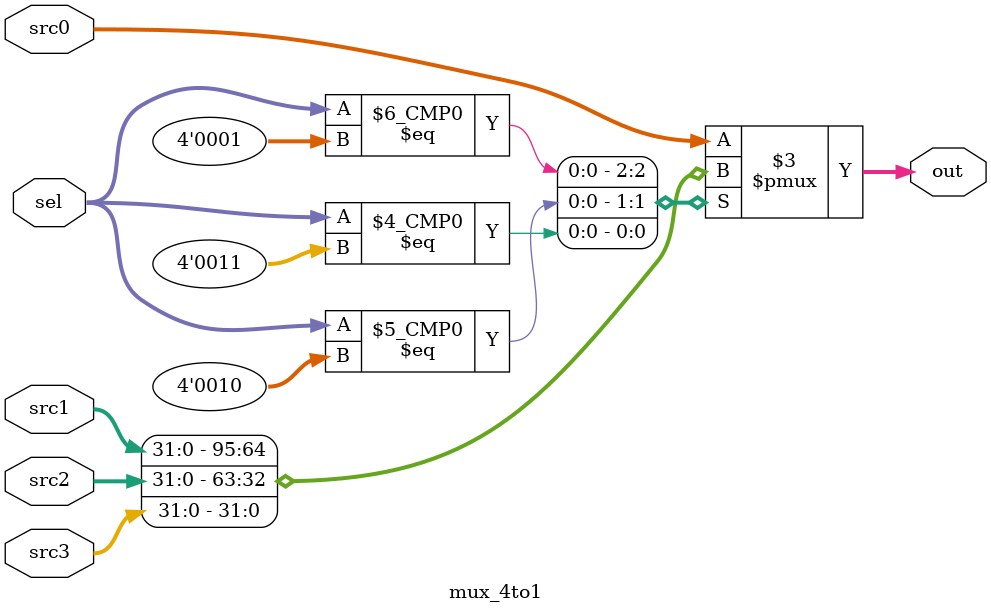
<source format=sv>

module mux_4to1 #(
  parameter DATAWIDTH = 32
) (
  output logic[DATAWIDTH - 1 : 0] out,
  input [3:0] sel,
  input [DATAWIDTH - 1 : 0] src0,
  input [DATAWIDTH - 1 : 0] src1,
  input [DATAWIDTH - 1 : 0] src2,
  input [DATAWIDTH - 1 : 0] src3
);

  always_comb begin : mux
    case (sel)
      3'b0: begin
        out = src0;
      end
      3'b1: begin
        out = src1;
      end
      3'd2: begin
        out = src2;
      end
      3'd3: begin
        out = src3;
      end
      default: begin
        out = src0;
      end
    endcase
  end : mux
endmodule

</source>
